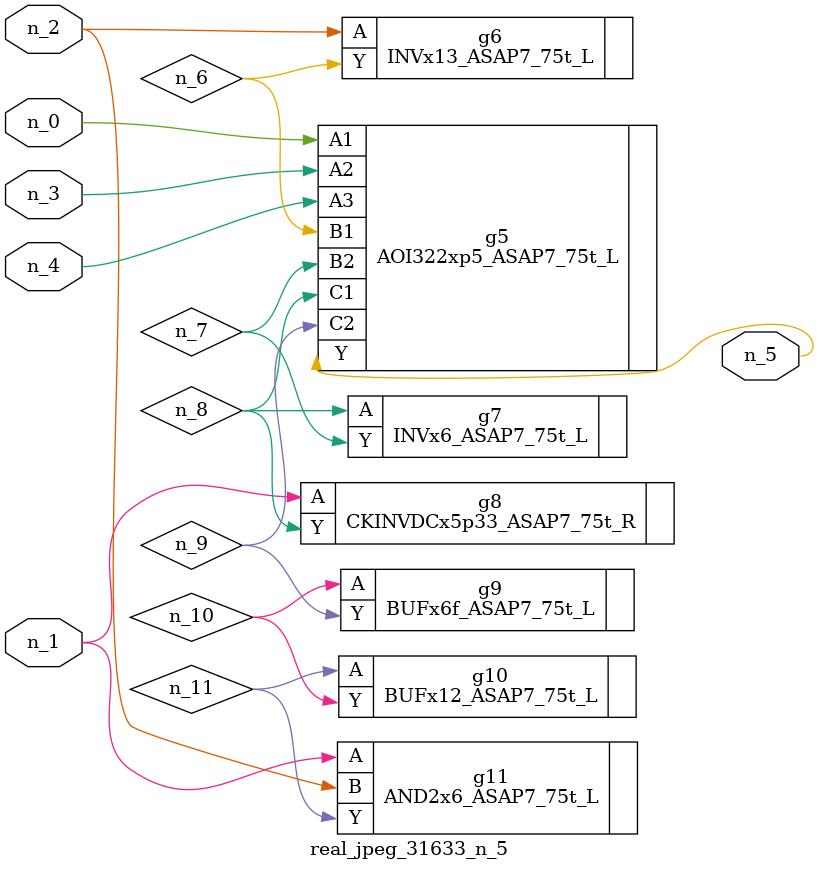
<source format=v>
module real_jpeg_31633_n_5 (n_4, n_0, n_1, n_2, n_3, n_5);

input n_4;
input n_0;
input n_1;
input n_2;
input n_3;

output n_5;

wire n_8;
wire n_11;
wire n_6;
wire n_7;
wire n_10;
wire n_9;

AOI322xp5_ASAP7_75t_L g5 ( 
.A1(n_0),
.A2(n_3),
.A3(n_4),
.B1(n_6),
.B2(n_7),
.C1(n_8),
.C2(n_9),
.Y(n_5)
);

CKINVDCx5p33_ASAP7_75t_R g8 ( 
.A(n_1),
.Y(n_8)
);

AND2x6_ASAP7_75t_L g11 ( 
.A(n_1),
.B(n_2),
.Y(n_11)
);

INVx13_ASAP7_75t_L g6 ( 
.A(n_2),
.Y(n_6)
);

INVx6_ASAP7_75t_L g7 ( 
.A(n_8),
.Y(n_7)
);

BUFx6f_ASAP7_75t_L g9 ( 
.A(n_10),
.Y(n_9)
);

BUFx12_ASAP7_75t_L g10 ( 
.A(n_11),
.Y(n_10)
);


endmodule
</source>
